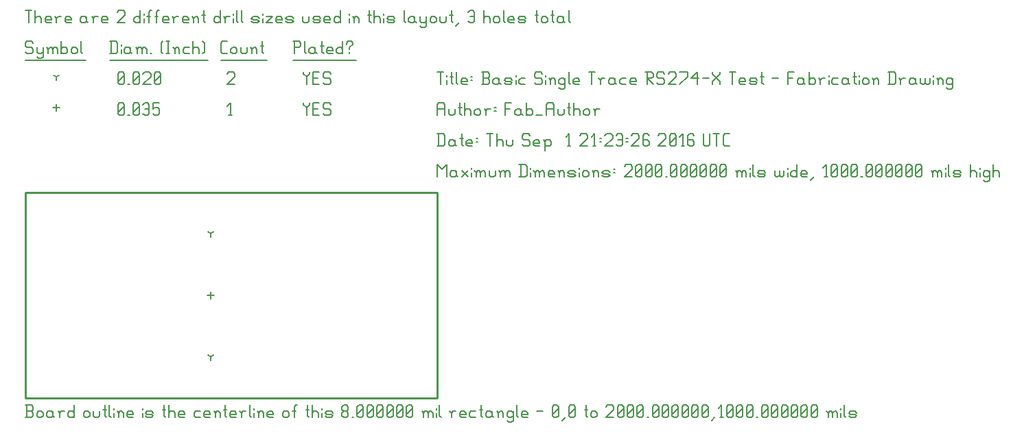
<source format=gbr>
G04 start of page 9 for group -3984 idx -3984 *
G04 Title: Basic Single Trace RS274-X Test, fab *
G04 Creator: pcb 1.99z *
G04 CreationDate: Thu Sep  1 21:23:26 2016 UTC *
G04 For: milan *
G04 Format: Gerber/RS-274X *
G04 PCB-Dimensions (mil): 2000.00 1000.00 *
G04 PCB-Coordinate-Origin: lower left *
%MOIN*%
%FSLAX25Y25*%
%LNFAB*%
%ADD36C,0.0100*%
%ADD35C,0.0060*%
%ADD34C,0.0080*%
G54D34*X90000Y51600D02*Y48400D01*
X88400Y50000D02*X91600D01*
X15000Y142850D02*Y139650D01*
X13400Y141250D02*X16600D01*
G54D35*X135000Y143500D02*Y142750D01*
X136500Y141250D01*
X138000Y142750D01*
Y143500D02*Y142750D01*
X136500Y141250D02*Y137500D01*
X139800Y140500D02*X142050D01*
X139800Y137500D02*X142800D01*
X139800Y143500D02*Y137500D01*
Y143500D02*X142800D01*
X147600D02*X148350Y142750D01*
X145350Y143500D02*X147600D01*
X144600Y142750D02*X145350Y143500D01*
X144600Y142750D02*Y141250D01*
X145350Y140500D01*
X147600D01*
X148350Y139750D01*
Y138250D01*
X147600Y137500D02*X148350Y138250D01*
X145350Y137500D02*X147600D01*
X144600Y138250D02*X145350Y137500D01*
X98750D02*X100250D01*
X99500Y143500D02*Y137500D01*
X98000Y142000D02*X99500Y143500D01*
X45000Y138250D02*X45750Y137500D01*
X45000Y142750D02*Y138250D01*
Y142750D02*X45750Y143500D01*
X47250D01*
X48000Y142750D01*
Y138250D01*
X47250Y137500D02*X48000Y138250D01*
X45750Y137500D02*X47250D01*
X45000Y139000D02*X48000Y142000D01*
X49800Y137500D02*X50550D01*
X52350Y138250D02*X53100Y137500D01*
X52350Y142750D02*Y138250D01*
Y142750D02*X53100Y143500D01*
X54600D01*
X55350Y142750D01*
Y138250D01*
X54600Y137500D02*X55350Y138250D01*
X53100Y137500D02*X54600D01*
X52350Y139000D02*X55350Y142000D01*
X57150Y142750D02*X57900Y143500D01*
X59400D01*
X60150Y142750D01*
Y138250D01*
X59400Y137500D02*X60150Y138250D01*
X57900Y137500D02*X59400D01*
X57150Y138250D02*X57900Y137500D01*
Y140500D02*X60150D01*
X61950Y143500D02*X64950D01*
X61950D02*Y140500D01*
X62700Y141250D01*
X64200D01*
X64950Y140500D01*
Y138250D01*
X64200Y137500D02*X64950Y138250D01*
X62700Y137500D02*X64200D01*
X61950Y138250D02*X62700Y137500D01*
X90000Y20000D02*Y18400D01*
Y20000D02*X91387Y20800D01*
X90000Y20000D02*X88613Y20800D01*
X90000Y80000D02*Y78400D01*
Y80000D02*X91387Y80800D01*
X90000Y80000D02*X88613Y80800D01*
X15000Y156250D02*Y154650D01*
Y156250D02*X16387Y157050D01*
X15000Y156250D02*X13613Y157050D01*
X135000Y158500D02*Y157750D01*
X136500Y156250D01*
X138000Y157750D01*
Y158500D02*Y157750D01*
X136500Y156250D02*Y152500D01*
X139800Y155500D02*X142050D01*
X139800Y152500D02*X142800D01*
X139800Y158500D02*Y152500D01*
Y158500D02*X142800D01*
X147600D02*X148350Y157750D01*
X145350Y158500D02*X147600D01*
X144600Y157750D02*X145350Y158500D01*
X144600Y157750D02*Y156250D01*
X145350Y155500D01*
X147600D01*
X148350Y154750D01*
Y153250D01*
X147600Y152500D02*X148350Y153250D01*
X145350Y152500D02*X147600D01*
X144600Y153250D02*X145350Y152500D01*
X98000Y157750D02*X98750Y158500D01*
X101000D01*
X101750Y157750D01*
Y156250D01*
X98000Y152500D02*X101750Y156250D01*
X98000Y152500D02*X101750D01*
X45000Y153250D02*X45750Y152500D01*
X45000Y157750D02*Y153250D01*
Y157750D02*X45750Y158500D01*
X47250D01*
X48000Y157750D01*
Y153250D01*
X47250Y152500D02*X48000Y153250D01*
X45750Y152500D02*X47250D01*
X45000Y154000D02*X48000Y157000D01*
X49800Y152500D02*X50550D01*
X52350Y153250D02*X53100Y152500D01*
X52350Y157750D02*Y153250D01*
Y157750D02*X53100Y158500D01*
X54600D01*
X55350Y157750D01*
Y153250D01*
X54600Y152500D02*X55350Y153250D01*
X53100Y152500D02*X54600D01*
X52350Y154000D02*X55350Y157000D01*
X57150Y157750D02*X57900Y158500D01*
X60150D01*
X60900Y157750D01*
Y156250D01*
X57150Y152500D02*X60900Y156250D01*
X57150Y152500D02*X60900D01*
X62700Y153250D02*X63450Y152500D01*
X62700Y157750D02*Y153250D01*
Y157750D02*X63450Y158500D01*
X64950D01*
X65700Y157750D01*
Y153250D01*
X64950Y152500D02*X65700Y153250D01*
X63450Y152500D02*X64950D01*
X62700Y154000D02*X65700Y157000D01*
X3000Y173500D02*X3750Y172750D01*
X750Y173500D02*X3000D01*
X0Y172750D02*X750Y173500D01*
X0Y172750D02*Y171250D01*
X750Y170500D01*
X3000D01*
X3750Y169750D01*
Y168250D01*
X3000Y167500D02*X3750Y168250D01*
X750Y167500D02*X3000D01*
X0Y168250D02*X750Y167500D01*
X5550Y170500D02*Y168250D01*
X6300Y167500D01*
X8550Y170500D02*Y166000D01*
X7800Y165250D02*X8550Y166000D01*
X6300Y165250D02*X7800D01*
X5550Y166000D02*X6300Y165250D01*
Y167500D02*X7800D01*
X8550Y168250D01*
X11100Y169750D02*Y167500D01*
Y169750D02*X11850Y170500D01*
X12600D01*
X13350Y169750D01*
Y167500D01*
Y169750D02*X14100Y170500D01*
X14850D01*
X15600Y169750D01*
Y167500D01*
X10350Y170500D02*X11100Y169750D01*
X17400Y173500D02*Y167500D01*
Y168250D02*X18150Y167500D01*
X19650D01*
X20400Y168250D01*
Y169750D02*Y168250D01*
X19650Y170500D02*X20400Y169750D01*
X18150Y170500D02*X19650D01*
X17400Y169750D02*X18150Y170500D01*
X22200Y169750D02*Y168250D01*
Y169750D02*X22950Y170500D01*
X24450D01*
X25200Y169750D01*
Y168250D01*
X24450Y167500D02*X25200Y168250D01*
X22950Y167500D02*X24450D01*
X22200Y168250D02*X22950Y167500D01*
X27000Y173500D02*Y168250D01*
X27750Y167500D01*
X0Y164250D02*X29250D01*
X41750Y173500D02*Y167500D01*
X44000Y173500D02*X44750Y172750D01*
Y168250D01*
X44000Y167500D02*X44750Y168250D01*
X41000Y167500D02*X44000D01*
X41000Y173500D02*X44000D01*
X46550Y172000D02*Y171250D01*
Y169750D02*Y167500D01*
X50300Y170500D02*X51050Y169750D01*
X48800Y170500D02*X50300D01*
X48050Y169750D02*X48800Y170500D01*
X48050Y169750D02*Y168250D01*
X48800Y167500D01*
X51050Y170500D02*Y168250D01*
X51800Y167500D01*
X48800D02*X50300D01*
X51050Y168250D01*
X54350Y169750D02*Y167500D01*
Y169750D02*X55100Y170500D01*
X55850D01*
X56600Y169750D01*
Y167500D01*
Y169750D02*X57350Y170500D01*
X58100D01*
X58850Y169750D01*
Y167500D01*
X53600Y170500D02*X54350Y169750D01*
X60650Y167500D02*X61400D01*
X65900Y168250D02*X66650Y167500D01*
X65900Y172750D02*X66650Y173500D01*
X65900Y172750D02*Y168250D01*
X68450Y173500D02*X69950D01*
X69200D02*Y167500D01*
X68450D02*X69950D01*
X72500Y169750D02*Y167500D01*
Y169750D02*X73250Y170500D01*
X74000D01*
X74750Y169750D01*
Y167500D01*
X71750Y170500D02*X72500Y169750D01*
X77300Y170500D02*X79550D01*
X76550Y169750D02*X77300Y170500D01*
X76550Y169750D02*Y168250D01*
X77300Y167500D01*
X79550D01*
X81350Y173500D02*Y167500D01*
Y169750D02*X82100Y170500D01*
X83600D01*
X84350Y169750D01*
Y167500D01*
X86150Y173500D02*X86900Y172750D01*
Y168250D01*
X86150Y167500D02*X86900Y168250D01*
X41000Y164250D02*X88700D01*
X95750Y167500D02*X98000D01*
X95000Y168250D02*X95750Y167500D01*
X95000Y172750D02*Y168250D01*
Y172750D02*X95750Y173500D01*
X98000D01*
X99800Y169750D02*Y168250D01*
Y169750D02*X100550Y170500D01*
X102050D01*
X102800Y169750D01*
Y168250D01*
X102050Y167500D02*X102800Y168250D01*
X100550Y167500D02*X102050D01*
X99800Y168250D02*X100550Y167500D01*
X104600Y170500D02*Y168250D01*
X105350Y167500D01*
X106850D01*
X107600Y168250D01*
Y170500D02*Y168250D01*
X110150Y169750D02*Y167500D01*
Y169750D02*X110900Y170500D01*
X111650D01*
X112400Y169750D01*
Y167500D01*
X109400Y170500D02*X110150Y169750D01*
X114950Y173500D02*Y168250D01*
X115700Y167500D01*
X114200Y171250D02*X115700D01*
X95000Y164250D02*X117200D01*
X130750Y173500D02*Y167500D01*
X130000Y173500D02*X133000D01*
X133750Y172750D01*
Y171250D01*
X133000Y170500D02*X133750Y171250D01*
X130750Y170500D02*X133000D01*
X135550Y173500D02*Y168250D01*
X136300Y167500D01*
X140050Y170500D02*X140800Y169750D01*
X138550Y170500D02*X140050D01*
X137800Y169750D02*X138550Y170500D01*
X137800Y169750D02*Y168250D01*
X138550Y167500D01*
X140800Y170500D02*Y168250D01*
X141550Y167500D01*
X138550D02*X140050D01*
X140800Y168250D01*
X144100Y173500D02*Y168250D01*
X144850Y167500D01*
X143350Y171250D02*X144850D01*
X147100Y167500D02*X149350D01*
X146350Y168250D02*X147100Y167500D01*
X146350Y169750D02*Y168250D01*
Y169750D02*X147100Y170500D01*
X148600D01*
X149350Y169750D01*
X146350Y169000D02*X149350D01*
Y169750D02*Y169000D01*
X154150Y173500D02*Y167500D01*
X153400D02*X154150Y168250D01*
X151900Y167500D02*X153400D01*
X151150Y168250D02*X151900Y167500D01*
X151150Y169750D02*Y168250D01*
Y169750D02*X151900Y170500D01*
X153400D01*
X154150Y169750D01*
X157450Y170500D02*Y169750D01*
Y168250D02*Y167500D01*
X155950Y172750D02*Y172000D01*
Y172750D02*X156700Y173500D01*
X158200D01*
X158950Y172750D01*
Y172000D01*
X157450Y170500D02*X158950Y172000D01*
X130000Y164250D02*X160750D01*
X0Y188500D02*X3000D01*
X1500D02*Y182500D01*
X4800Y188500D02*Y182500D01*
Y184750D02*X5550Y185500D01*
X7050D01*
X7800Y184750D01*
Y182500D01*
X10350D02*X12600D01*
X9600Y183250D02*X10350Y182500D01*
X9600Y184750D02*Y183250D01*
Y184750D02*X10350Y185500D01*
X11850D01*
X12600Y184750D01*
X9600Y184000D02*X12600D01*
Y184750D02*Y184000D01*
X15150Y184750D02*Y182500D01*
Y184750D02*X15900Y185500D01*
X17400D01*
X14400D02*X15150Y184750D01*
X19950Y182500D02*X22200D01*
X19200Y183250D02*X19950Y182500D01*
X19200Y184750D02*Y183250D01*
Y184750D02*X19950Y185500D01*
X21450D01*
X22200Y184750D01*
X19200Y184000D02*X22200D01*
Y184750D02*Y184000D01*
X28950Y185500D02*X29700Y184750D01*
X27450Y185500D02*X28950D01*
X26700Y184750D02*X27450Y185500D01*
X26700Y184750D02*Y183250D01*
X27450Y182500D01*
X29700Y185500D02*Y183250D01*
X30450Y182500D01*
X27450D02*X28950D01*
X29700Y183250D01*
X33000Y184750D02*Y182500D01*
Y184750D02*X33750Y185500D01*
X35250D01*
X32250D02*X33000Y184750D01*
X37800Y182500D02*X40050D01*
X37050Y183250D02*X37800Y182500D01*
X37050Y184750D02*Y183250D01*
Y184750D02*X37800Y185500D01*
X39300D01*
X40050Y184750D01*
X37050Y184000D02*X40050D01*
Y184750D02*Y184000D01*
X44550Y187750D02*X45300Y188500D01*
X47550D01*
X48300Y187750D01*
Y186250D01*
X44550Y182500D02*X48300Y186250D01*
X44550Y182500D02*X48300D01*
X55800Y188500D02*Y182500D01*
X55050D02*X55800Y183250D01*
X53550Y182500D02*X55050D01*
X52800Y183250D02*X53550Y182500D01*
X52800Y184750D02*Y183250D01*
Y184750D02*X53550Y185500D01*
X55050D01*
X55800Y184750D01*
X57600Y187000D02*Y186250D01*
Y184750D02*Y182500D01*
X59850Y187750D02*Y182500D01*
Y187750D02*X60600Y188500D01*
X61350D01*
X59100Y185500D02*X60600D01*
X63600Y187750D02*Y182500D01*
Y187750D02*X64350Y188500D01*
X65100D01*
X62850Y185500D02*X64350D01*
X67350Y182500D02*X69600D01*
X66600Y183250D02*X67350Y182500D01*
X66600Y184750D02*Y183250D01*
Y184750D02*X67350Y185500D01*
X68850D01*
X69600Y184750D01*
X66600Y184000D02*X69600D01*
Y184750D02*Y184000D01*
X72150Y184750D02*Y182500D01*
Y184750D02*X72900Y185500D01*
X74400D01*
X71400D02*X72150Y184750D01*
X76950Y182500D02*X79200D01*
X76200Y183250D02*X76950Y182500D01*
X76200Y184750D02*Y183250D01*
Y184750D02*X76950Y185500D01*
X78450D01*
X79200Y184750D01*
X76200Y184000D02*X79200D01*
Y184750D02*Y184000D01*
X81750Y184750D02*Y182500D01*
Y184750D02*X82500Y185500D01*
X83250D01*
X84000Y184750D01*
Y182500D01*
X81000Y185500D02*X81750Y184750D01*
X86550Y188500D02*Y183250D01*
X87300Y182500D01*
X85800Y186250D02*X87300D01*
X94500Y188500D02*Y182500D01*
X93750D02*X94500Y183250D01*
X92250Y182500D02*X93750D01*
X91500Y183250D02*X92250Y182500D01*
X91500Y184750D02*Y183250D01*
Y184750D02*X92250Y185500D01*
X93750D01*
X94500Y184750D01*
X97050D02*Y182500D01*
Y184750D02*X97800Y185500D01*
X99300D01*
X96300D02*X97050Y184750D01*
X101100Y187000D02*Y186250D01*
Y184750D02*Y182500D01*
X102600Y188500D02*Y183250D01*
X103350Y182500D01*
X104850Y188500D02*Y183250D01*
X105600Y182500D01*
X110550D02*X112800D01*
X113550Y183250D01*
X112800Y184000D02*X113550Y183250D01*
X110550Y184000D02*X112800D01*
X109800Y184750D02*X110550Y184000D01*
X109800Y184750D02*X110550Y185500D01*
X112800D01*
X113550Y184750D01*
X109800Y183250D02*X110550Y182500D01*
X115350Y187000D02*Y186250D01*
Y184750D02*Y182500D01*
X116850Y185500D02*X119850D01*
X116850Y182500D02*X119850Y185500D01*
X116850Y182500D02*X119850D01*
X122400D02*X124650D01*
X121650Y183250D02*X122400Y182500D01*
X121650Y184750D02*Y183250D01*
Y184750D02*X122400Y185500D01*
X123900D01*
X124650Y184750D01*
X121650Y184000D02*X124650D01*
Y184750D02*Y184000D01*
X127200Y182500D02*X129450D01*
X130200Y183250D01*
X129450Y184000D02*X130200Y183250D01*
X127200Y184000D02*X129450D01*
X126450Y184750D02*X127200Y184000D01*
X126450Y184750D02*X127200Y185500D01*
X129450D01*
X130200Y184750D01*
X126450Y183250D02*X127200Y182500D01*
X134700Y185500D02*Y183250D01*
X135450Y182500D01*
X136950D01*
X137700Y183250D01*
Y185500D02*Y183250D01*
X140250Y182500D02*X142500D01*
X143250Y183250D01*
X142500Y184000D02*X143250Y183250D01*
X140250Y184000D02*X142500D01*
X139500Y184750D02*X140250Y184000D01*
X139500Y184750D02*X140250Y185500D01*
X142500D01*
X143250Y184750D01*
X139500Y183250D02*X140250Y182500D01*
X145800D02*X148050D01*
X145050Y183250D02*X145800Y182500D01*
X145050Y184750D02*Y183250D01*
Y184750D02*X145800Y185500D01*
X147300D01*
X148050Y184750D01*
X145050Y184000D02*X148050D01*
Y184750D02*Y184000D01*
X152850Y188500D02*Y182500D01*
X152100D02*X152850Y183250D01*
X150600Y182500D02*X152100D01*
X149850Y183250D02*X150600Y182500D01*
X149850Y184750D02*Y183250D01*
Y184750D02*X150600Y185500D01*
X152100D01*
X152850Y184750D01*
X157350Y187000D02*Y186250D01*
Y184750D02*Y182500D01*
X159600Y184750D02*Y182500D01*
Y184750D02*X160350Y185500D01*
X161100D01*
X161850Y184750D01*
Y182500D01*
X158850Y185500D02*X159600Y184750D01*
X167100Y188500D02*Y183250D01*
X167850Y182500D01*
X166350Y186250D02*X167850D01*
X169350Y188500D02*Y182500D01*
Y184750D02*X170100Y185500D01*
X171600D01*
X172350Y184750D01*
Y182500D01*
X174150Y187000D02*Y186250D01*
Y184750D02*Y182500D01*
X176400D02*X178650D01*
X179400Y183250D01*
X178650Y184000D02*X179400Y183250D01*
X176400Y184000D02*X178650D01*
X175650Y184750D02*X176400Y184000D01*
X175650Y184750D02*X176400Y185500D01*
X178650D01*
X179400Y184750D01*
X175650Y183250D02*X176400Y182500D01*
X183900Y188500D02*Y183250D01*
X184650Y182500D01*
X188400Y185500D02*X189150Y184750D01*
X186900Y185500D02*X188400D01*
X186150Y184750D02*X186900Y185500D01*
X186150Y184750D02*Y183250D01*
X186900Y182500D01*
X189150Y185500D02*Y183250D01*
X189900Y182500D01*
X186900D02*X188400D01*
X189150Y183250D01*
X191700Y185500D02*Y183250D01*
X192450Y182500D01*
X194700Y185500D02*Y181000D01*
X193950Y180250D02*X194700Y181000D01*
X192450Y180250D02*X193950D01*
X191700Y181000D02*X192450Y180250D01*
Y182500D02*X193950D01*
X194700Y183250D01*
X196500Y184750D02*Y183250D01*
Y184750D02*X197250Y185500D01*
X198750D01*
X199500Y184750D01*
Y183250D01*
X198750Y182500D02*X199500Y183250D01*
X197250Y182500D02*X198750D01*
X196500Y183250D02*X197250Y182500D01*
X201300Y185500D02*Y183250D01*
X202050Y182500D01*
X203550D01*
X204300Y183250D01*
Y185500D02*Y183250D01*
X206850Y188500D02*Y183250D01*
X207600Y182500D01*
X206100Y186250D02*X207600D01*
X209100Y181000D02*X210600Y182500D01*
X215100Y187750D02*X215850Y188500D01*
X217350D01*
X218100Y187750D01*
Y183250D01*
X217350Y182500D02*X218100Y183250D01*
X215850Y182500D02*X217350D01*
X215100Y183250D02*X215850Y182500D01*
Y185500D02*X218100D01*
X222600Y188500D02*Y182500D01*
Y184750D02*X223350Y185500D01*
X224850D01*
X225600Y184750D01*
Y182500D01*
X227400Y184750D02*Y183250D01*
Y184750D02*X228150Y185500D01*
X229650D01*
X230400Y184750D01*
Y183250D01*
X229650Y182500D02*X230400Y183250D01*
X228150Y182500D02*X229650D01*
X227400Y183250D02*X228150Y182500D01*
X232200Y188500D02*Y183250D01*
X232950Y182500D01*
X235200D02*X237450D01*
X234450Y183250D02*X235200Y182500D01*
X234450Y184750D02*Y183250D01*
Y184750D02*X235200Y185500D01*
X236700D01*
X237450Y184750D01*
X234450Y184000D02*X237450D01*
Y184750D02*Y184000D01*
X240000Y182500D02*X242250D01*
X243000Y183250D01*
X242250Y184000D02*X243000Y183250D01*
X240000Y184000D02*X242250D01*
X239250Y184750D02*X240000Y184000D01*
X239250Y184750D02*X240000Y185500D01*
X242250D01*
X243000Y184750D01*
X239250Y183250D02*X240000Y182500D01*
X248250Y188500D02*Y183250D01*
X249000Y182500D01*
X247500Y186250D02*X249000D01*
X250500Y184750D02*Y183250D01*
Y184750D02*X251250Y185500D01*
X252750D01*
X253500Y184750D01*
Y183250D01*
X252750Y182500D02*X253500Y183250D01*
X251250Y182500D02*X252750D01*
X250500Y183250D02*X251250Y182500D01*
X256050Y188500D02*Y183250D01*
X256800Y182500D01*
X255300Y186250D02*X256800D01*
X260550Y185500D02*X261300Y184750D01*
X259050Y185500D02*X260550D01*
X258300Y184750D02*X259050Y185500D01*
X258300Y184750D02*Y183250D01*
X259050Y182500D01*
X261300Y185500D02*Y183250D01*
X262050Y182500D01*
X259050D02*X260550D01*
X261300Y183250D01*
X263850Y188500D02*Y183250D01*
X264600Y182500D01*
G54D36*X0Y100000D02*X200000D01*
X0D02*Y0D01*
X200000Y100000D02*Y0D01*
X0D02*X200000D01*
G54D35*Y113500D02*Y107500D01*
Y113500D02*X202250Y111250D01*
X204500Y113500D01*
Y107500D01*
X208550Y110500D02*X209300Y109750D01*
X207050Y110500D02*X208550D01*
X206300Y109750D02*X207050Y110500D01*
X206300Y109750D02*Y108250D01*
X207050Y107500D01*
X209300Y110500D02*Y108250D01*
X210050Y107500D01*
X207050D02*X208550D01*
X209300Y108250D01*
X211850Y110500D02*X214850Y107500D01*
X211850D02*X214850Y110500D01*
X216650Y112000D02*Y111250D01*
Y109750D02*Y107500D01*
X218900Y109750D02*Y107500D01*
Y109750D02*X219650Y110500D01*
X220400D01*
X221150Y109750D01*
Y107500D01*
Y109750D02*X221900Y110500D01*
X222650D01*
X223400Y109750D01*
Y107500D01*
X218150Y110500D02*X218900Y109750D01*
X225200Y110500D02*Y108250D01*
X225950Y107500D01*
X227450D01*
X228200Y108250D01*
Y110500D02*Y108250D01*
X230750Y109750D02*Y107500D01*
Y109750D02*X231500Y110500D01*
X232250D01*
X233000Y109750D01*
Y107500D01*
Y109750D02*X233750Y110500D01*
X234500D01*
X235250Y109750D01*
Y107500D01*
X230000Y110500D02*X230750Y109750D01*
X240500Y113500D02*Y107500D01*
X242750Y113500D02*X243500Y112750D01*
Y108250D01*
X242750Y107500D02*X243500Y108250D01*
X239750Y107500D02*X242750D01*
X239750Y113500D02*X242750D01*
X245300Y112000D02*Y111250D01*
Y109750D02*Y107500D01*
X247550Y109750D02*Y107500D01*
Y109750D02*X248300Y110500D01*
X249050D01*
X249800Y109750D01*
Y107500D01*
Y109750D02*X250550Y110500D01*
X251300D01*
X252050Y109750D01*
Y107500D01*
X246800Y110500D02*X247550Y109750D01*
X254600Y107500D02*X256850D01*
X253850Y108250D02*X254600Y107500D01*
X253850Y109750D02*Y108250D01*
Y109750D02*X254600Y110500D01*
X256100D01*
X256850Y109750D01*
X253850Y109000D02*X256850D01*
Y109750D02*Y109000D01*
X259400Y109750D02*Y107500D01*
Y109750D02*X260150Y110500D01*
X260900D01*
X261650Y109750D01*
Y107500D01*
X258650Y110500D02*X259400Y109750D01*
X264200Y107500D02*X266450D01*
X267200Y108250D01*
X266450Y109000D02*X267200Y108250D01*
X264200Y109000D02*X266450D01*
X263450Y109750D02*X264200Y109000D01*
X263450Y109750D02*X264200Y110500D01*
X266450D01*
X267200Y109750D01*
X263450Y108250D02*X264200Y107500D01*
X269000Y112000D02*Y111250D01*
Y109750D02*Y107500D01*
X270500Y109750D02*Y108250D01*
Y109750D02*X271250Y110500D01*
X272750D01*
X273500Y109750D01*
Y108250D01*
X272750Y107500D02*X273500Y108250D01*
X271250Y107500D02*X272750D01*
X270500Y108250D02*X271250Y107500D01*
X276050Y109750D02*Y107500D01*
Y109750D02*X276800Y110500D01*
X277550D01*
X278300Y109750D01*
Y107500D01*
X275300Y110500D02*X276050Y109750D01*
X280850Y107500D02*X283100D01*
X283850Y108250D01*
X283100Y109000D02*X283850Y108250D01*
X280850Y109000D02*X283100D01*
X280100Y109750D02*X280850Y109000D01*
X280100Y109750D02*X280850Y110500D01*
X283100D01*
X283850Y109750D01*
X280100Y108250D02*X280850Y107500D01*
X285650Y111250D02*X286400D01*
X285650Y109750D02*X286400D01*
X290900Y112750D02*X291650Y113500D01*
X293900D01*
X294650Y112750D01*
Y111250D01*
X290900Y107500D02*X294650Y111250D01*
X290900Y107500D02*X294650D01*
X296450Y108250D02*X297200Y107500D01*
X296450Y112750D02*Y108250D01*
Y112750D02*X297200Y113500D01*
X298700D01*
X299450Y112750D01*
Y108250D01*
X298700Y107500D02*X299450Y108250D01*
X297200Y107500D02*X298700D01*
X296450Y109000D02*X299450Y112000D01*
X301250Y108250D02*X302000Y107500D01*
X301250Y112750D02*Y108250D01*
Y112750D02*X302000Y113500D01*
X303500D01*
X304250Y112750D01*
Y108250D01*
X303500Y107500D02*X304250Y108250D01*
X302000Y107500D02*X303500D01*
X301250Y109000D02*X304250Y112000D01*
X306050Y108250D02*X306800Y107500D01*
X306050Y112750D02*Y108250D01*
Y112750D02*X306800Y113500D01*
X308300D01*
X309050Y112750D01*
Y108250D01*
X308300Y107500D02*X309050Y108250D01*
X306800Y107500D02*X308300D01*
X306050Y109000D02*X309050Y112000D01*
X310850Y107500D02*X311600D01*
X313400Y108250D02*X314150Y107500D01*
X313400Y112750D02*Y108250D01*
Y112750D02*X314150Y113500D01*
X315650D01*
X316400Y112750D01*
Y108250D01*
X315650Y107500D02*X316400Y108250D01*
X314150Y107500D02*X315650D01*
X313400Y109000D02*X316400Y112000D01*
X318200Y108250D02*X318950Y107500D01*
X318200Y112750D02*Y108250D01*
Y112750D02*X318950Y113500D01*
X320450D01*
X321200Y112750D01*
Y108250D01*
X320450Y107500D02*X321200Y108250D01*
X318950Y107500D02*X320450D01*
X318200Y109000D02*X321200Y112000D01*
X323000Y108250D02*X323750Y107500D01*
X323000Y112750D02*Y108250D01*
Y112750D02*X323750Y113500D01*
X325250D01*
X326000Y112750D01*
Y108250D01*
X325250Y107500D02*X326000Y108250D01*
X323750Y107500D02*X325250D01*
X323000Y109000D02*X326000Y112000D01*
X327800Y108250D02*X328550Y107500D01*
X327800Y112750D02*Y108250D01*
Y112750D02*X328550Y113500D01*
X330050D01*
X330800Y112750D01*
Y108250D01*
X330050Y107500D02*X330800Y108250D01*
X328550Y107500D02*X330050D01*
X327800Y109000D02*X330800Y112000D01*
X332600Y108250D02*X333350Y107500D01*
X332600Y112750D02*Y108250D01*
Y112750D02*X333350Y113500D01*
X334850D01*
X335600Y112750D01*
Y108250D01*
X334850Y107500D02*X335600Y108250D01*
X333350Y107500D02*X334850D01*
X332600Y109000D02*X335600Y112000D01*
X337400Y108250D02*X338150Y107500D01*
X337400Y112750D02*Y108250D01*
Y112750D02*X338150Y113500D01*
X339650D01*
X340400Y112750D01*
Y108250D01*
X339650Y107500D02*X340400Y108250D01*
X338150Y107500D02*X339650D01*
X337400Y109000D02*X340400Y112000D01*
X345650Y109750D02*Y107500D01*
Y109750D02*X346400Y110500D01*
X347150D01*
X347900Y109750D01*
Y107500D01*
Y109750D02*X348650Y110500D01*
X349400D01*
X350150Y109750D01*
Y107500D01*
X344900Y110500D02*X345650Y109750D01*
X351950Y112000D02*Y111250D01*
Y109750D02*Y107500D01*
X353450Y113500D02*Y108250D01*
X354200Y107500D01*
X356450D02*X358700D01*
X359450Y108250D01*
X358700Y109000D02*X359450Y108250D01*
X356450Y109000D02*X358700D01*
X355700Y109750D02*X356450Y109000D01*
X355700Y109750D02*X356450Y110500D01*
X358700D01*
X359450Y109750D01*
X355700Y108250D02*X356450Y107500D01*
X363950Y110500D02*Y108250D01*
X364700Y107500D01*
X365450D01*
X366200Y108250D01*
Y110500D02*Y108250D01*
X366950Y107500D01*
X367700D01*
X368450Y108250D01*
Y110500D02*Y108250D01*
X370250Y112000D02*Y111250D01*
Y109750D02*Y107500D01*
X374750Y113500D02*Y107500D01*
X374000D02*X374750Y108250D01*
X372500Y107500D02*X374000D01*
X371750Y108250D02*X372500Y107500D01*
X371750Y109750D02*Y108250D01*
Y109750D02*X372500Y110500D01*
X374000D01*
X374750Y109750D01*
X377300Y107500D02*X379550D01*
X376550Y108250D02*X377300Y107500D01*
X376550Y109750D02*Y108250D01*
Y109750D02*X377300Y110500D01*
X378800D01*
X379550Y109750D01*
X376550Y109000D02*X379550D01*
Y109750D02*Y109000D01*
X381350Y106000D02*X382850Y107500D01*
X388100D02*X389600D01*
X388850Y113500D02*Y107500D01*
X387350Y112000D02*X388850Y113500D01*
X391400Y108250D02*X392150Y107500D01*
X391400Y112750D02*Y108250D01*
Y112750D02*X392150Y113500D01*
X393650D01*
X394400Y112750D01*
Y108250D01*
X393650Y107500D02*X394400Y108250D01*
X392150Y107500D02*X393650D01*
X391400Y109000D02*X394400Y112000D01*
X396200Y108250D02*X396950Y107500D01*
X396200Y112750D02*Y108250D01*
Y112750D02*X396950Y113500D01*
X398450D01*
X399200Y112750D01*
Y108250D01*
X398450Y107500D02*X399200Y108250D01*
X396950Y107500D02*X398450D01*
X396200Y109000D02*X399200Y112000D01*
X401000Y108250D02*X401750Y107500D01*
X401000Y112750D02*Y108250D01*
Y112750D02*X401750Y113500D01*
X403250D01*
X404000Y112750D01*
Y108250D01*
X403250Y107500D02*X404000Y108250D01*
X401750Y107500D02*X403250D01*
X401000Y109000D02*X404000Y112000D01*
X405800Y107500D02*X406550D01*
X408350Y108250D02*X409100Y107500D01*
X408350Y112750D02*Y108250D01*
Y112750D02*X409100Y113500D01*
X410600D01*
X411350Y112750D01*
Y108250D01*
X410600Y107500D02*X411350Y108250D01*
X409100Y107500D02*X410600D01*
X408350Y109000D02*X411350Y112000D01*
X413150Y108250D02*X413900Y107500D01*
X413150Y112750D02*Y108250D01*
Y112750D02*X413900Y113500D01*
X415400D01*
X416150Y112750D01*
Y108250D01*
X415400Y107500D02*X416150Y108250D01*
X413900Y107500D02*X415400D01*
X413150Y109000D02*X416150Y112000D01*
X417950Y108250D02*X418700Y107500D01*
X417950Y112750D02*Y108250D01*
Y112750D02*X418700Y113500D01*
X420200D01*
X420950Y112750D01*
Y108250D01*
X420200Y107500D02*X420950Y108250D01*
X418700Y107500D02*X420200D01*
X417950Y109000D02*X420950Y112000D01*
X422750Y108250D02*X423500Y107500D01*
X422750Y112750D02*Y108250D01*
Y112750D02*X423500Y113500D01*
X425000D01*
X425750Y112750D01*
Y108250D01*
X425000Y107500D02*X425750Y108250D01*
X423500Y107500D02*X425000D01*
X422750Y109000D02*X425750Y112000D01*
X427550Y108250D02*X428300Y107500D01*
X427550Y112750D02*Y108250D01*
Y112750D02*X428300Y113500D01*
X429800D01*
X430550Y112750D01*
Y108250D01*
X429800Y107500D02*X430550Y108250D01*
X428300Y107500D02*X429800D01*
X427550Y109000D02*X430550Y112000D01*
X432350Y108250D02*X433100Y107500D01*
X432350Y112750D02*Y108250D01*
Y112750D02*X433100Y113500D01*
X434600D01*
X435350Y112750D01*
Y108250D01*
X434600Y107500D02*X435350Y108250D01*
X433100Y107500D02*X434600D01*
X432350Y109000D02*X435350Y112000D01*
X440600Y109750D02*Y107500D01*
Y109750D02*X441350Y110500D01*
X442100D01*
X442850Y109750D01*
Y107500D01*
Y109750D02*X443600Y110500D01*
X444350D01*
X445100Y109750D01*
Y107500D01*
X439850Y110500D02*X440600Y109750D01*
X446900Y112000D02*Y111250D01*
Y109750D02*Y107500D01*
X448400Y113500D02*Y108250D01*
X449150Y107500D01*
X451400D02*X453650D01*
X454400Y108250D01*
X453650Y109000D02*X454400Y108250D01*
X451400Y109000D02*X453650D01*
X450650Y109750D02*X451400Y109000D01*
X450650Y109750D02*X451400Y110500D01*
X453650D01*
X454400Y109750D01*
X450650Y108250D02*X451400Y107500D01*
X458900Y113500D02*Y107500D01*
Y109750D02*X459650Y110500D01*
X461150D01*
X461900Y109750D01*
Y107500D01*
X463700Y112000D02*Y111250D01*
Y109750D02*Y107500D01*
X467450Y110500D02*X468200Y109750D01*
X465950Y110500D02*X467450D01*
X465200Y109750D02*X465950Y110500D01*
X465200Y109750D02*Y108250D01*
X465950Y107500D01*
X467450D01*
X468200Y108250D01*
X465200Y106000D02*X465950Y105250D01*
X467450D01*
X468200Y106000D01*
Y110500D02*Y106000D01*
X470000Y113500D02*Y107500D01*
Y109750D02*X470750Y110500D01*
X472250D01*
X473000Y109750D01*
Y107500D01*
X0Y-9500D02*X3000D01*
X3750Y-8750D01*
Y-7250D02*Y-8750D01*
X3000Y-6500D02*X3750Y-7250D01*
X750Y-6500D02*X3000D01*
X750Y-3500D02*Y-9500D01*
X0Y-3500D02*X3000D01*
X3750Y-4250D01*
Y-5750D01*
X3000Y-6500D02*X3750Y-5750D01*
X5550Y-7250D02*Y-8750D01*
Y-7250D02*X6300Y-6500D01*
X7800D01*
X8550Y-7250D01*
Y-8750D01*
X7800Y-9500D02*X8550Y-8750D01*
X6300Y-9500D02*X7800D01*
X5550Y-8750D02*X6300Y-9500D01*
X12600Y-6500D02*X13350Y-7250D01*
X11100Y-6500D02*X12600D01*
X10350Y-7250D02*X11100Y-6500D01*
X10350Y-7250D02*Y-8750D01*
X11100Y-9500D01*
X13350Y-6500D02*Y-8750D01*
X14100Y-9500D01*
X11100D02*X12600D01*
X13350Y-8750D01*
X16650Y-7250D02*Y-9500D01*
Y-7250D02*X17400Y-6500D01*
X18900D01*
X15900D02*X16650Y-7250D01*
X23700Y-3500D02*Y-9500D01*
X22950D02*X23700Y-8750D01*
X21450Y-9500D02*X22950D01*
X20700Y-8750D02*X21450Y-9500D01*
X20700Y-7250D02*Y-8750D01*
Y-7250D02*X21450Y-6500D01*
X22950D01*
X23700Y-7250D01*
X28200D02*Y-8750D01*
Y-7250D02*X28950Y-6500D01*
X30450D01*
X31200Y-7250D01*
Y-8750D01*
X30450Y-9500D02*X31200Y-8750D01*
X28950Y-9500D02*X30450D01*
X28200Y-8750D02*X28950Y-9500D01*
X33000Y-6500D02*Y-8750D01*
X33750Y-9500D01*
X35250D01*
X36000Y-8750D01*
Y-6500D02*Y-8750D01*
X38550Y-3500D02*Y-8750D01*
X39300Y-9500D01*
X37800Y-5750D02*X39300D01*
X40800Y-3500D02*Y-8750D01*
X41550Y-9500D01*
X43050Y-5000D02*Y-5750D01*
Y-7250D02*Y-9500D01*
X45300Y-7250D02*Y-9500D01*
Y-7250D02*X46050Y-6500D01*
X46800D01*
X47550Y-7250D01*
Y-9500D01*
X44550Y-6500D02*X45300Y-7250D01*
X50100Y-9500D02*X52350D01*
X49350Y-8750D02*X50100Y-9500D01*
X49350Y-7250D02*Y-8750D01*
Y-7250D02*X50100Y-6500D01*
X51600D01*
X52350Y-7250D01*
X49350Y-8000D02*X52350D01*
Y-7250D02*Y-8000D01*
X56850Y-5000D02*Y-5750D01*
Y-7250D02*Y-9500D01*
X59100D02*X61350D01*
X62100Y-8750D01*
X61350Y-8000D02*X62100Y-8750D01*
X59100Y-8000D02*X61350D01*
X58350Y-7250D02*X59100Y-8000D01*
X58350Y-7250D02*X59100Y-6500D01*
X61350D01*
X62100Y-7250D01*
X58350Y-8750D02*X59100Y-9500D01*
X67350Y-3500D02*Y-8750D01*
X68100Y-9500D01*
X66600Y-5750D02*X68100D01*
X69600Y-3500D02*Y-9500D01*
Y-7250D02*X70350Y-6500D01*
X71850D01*
X72600Y-7250D01*
Y-9500D01*
X75150D02*X77400D01*
X74400Y-8750D02*X75150Y-9500D01*
X74400Y-7250D02*Y-8750D01*
Y-7250D02*X75150Y-6500D01*
X76650D01*
X77400Y-7250D01*
X74400Y-8000D02*X77400D01*
Y-7250D02*Y-8000D01*
X82650Y-6500D02*X84900D01*
X81900Y-7250D02*X82650Y-6500D01*
X81900Y-7250D02*Y-8750D01*
X82650Y-9500D01*
X84900D01*
X87450D02*X89700D01*
X86700Y-8750D02*X87450Y-9500D01*
X86700Y-7250D02*Y-8750D01*
Y-7250D02*X87450Y-6500D01*
X88950D01*
X89700Y-7250D01*
X86700Y-8000D02*X89700D01*
Y-7250D02*Y-8000D01*
X92250Y-7250D02*Y-9500D01*
Y-7250D02*X93000Y-6500D01*
X93750D01*
X94500Y-7250D01*
Y-9500D01*
X91500Y-6500D02*X92250Y-7250D01*
X97050Y-3500D02*Y-8750D01*
X97800Y-9500D01*
X96300Y-5750D02*X97800D01*
X100050Y-9500D02*X102300D01*
X99300Y-8750D02*X100050Y-9500D01*
X99300Y-7250D02*Y-8750D01*
Y-7250D02*X100050Y-6500D01*
X101550D01*
X102300Y-7250D01*
X99300Y-8000D02*X102300D01*
Y-7250D02*Y-8000D01*
X104850Y-7250D02*Y-9500D01*
Y-7250D02*X105600Y-6500D01*
X107100D01*
X104100D02*X104850Y-7250D01*
X108900Y-3500D02*Y-8750D01*
X109650Y-9500D01*
X111150Y-5000D02*Y-5750D01*
Y-7250D02*Y-9500D01*
X113400Y-7250D02*Y-9500D01*
Y-7250D02*X114150Y-6500D01*
X114900D01*
X115650Y-7250D01*
Y-9500D01*
X112650Y-6500D02*X113400Y-7250D01*
X118200Y-9500D02*X120450D01*
X117450Y-8750D02*X118200Y-9500D01*
X117450Y-7250D02*Y-8750D01*
Y-7250D02*X118200Y-6500D01*
X119700D01*
X120450Y-7250D01*
X117450Y-8000D02*X120450D01*
Y-7250D02*Y-8000D01*
X124950Y-7250D02*Y-8750D01*
Y-7250D02*X125700Y-6500D01*
X127200D01*
X127950Y-7250D01*
Y-8750D01*
X127200Y-9500D02*X127950Y-8750D01*
X125700Y-9500D02*X127200D01*
X124950Y-8750D02*X125700Y-9500D01*
X130500Y-4250D02*Y-9500D01*
Y-4250D02*X131250Y-3500D01*
X132000D01*
X129750Y-6500D02*X131250D01*
X136950Y-3500D02*Y-8750D01*
X137700Y-9500D01*
X136200Y-5750D02*X137700D01*
X139200Y-3500D02*Y-9500D01*
Y-7250D02*X139950Y-6500D01*
X141450D01*
X142200Y-7250D01*
Y-9500D01*
X144000Y-5000D02*Y-5750D01*
Y-7250D02*Y-9500D01*
X146250D02*X148500D01*
X149250Y-8750D01*
X148500Y-8000D02*X149250Y-8750D01*
X146250Y-8000D02*X148500D01*
X145500Y-7250D02*X146250Y-8000D01*
X145500Y-7250D02*X146250Y-6500D01*
X148500D01*
X149250Y-7250D01*
X145500Y-8750D02*X146250Y-9500D01*
X153750Y-8750D02*X154500Y-9500D01*
X153750Y-7250D02*Y-8750D01*
Y-7250D02*X154500Y-6500D01*
X156000D01*
X156750Y-7250D01*
Y-8750D01*
X156000Y-9500D02*X156750Y-8750D01*
X154500Y-9500D02*X156000D01*
X153750Y-5750D02*X154500Y-6500D01*
X153750Y-4250D02*Y-5750D01*
Y-4250D02*X154500Y-3500D01*
X156000D01*
X156750Y-4250D01*
Y-5750D01*
X156000Y-6500D02*X156750Y-5750D01*
X158550Y-9500D02*X159300D01*
X161100Y-8750D02*X161850Y-9500D01*
X161100Y-4250D02*Y-8750D01*
Y-4250D02*X161850Y-3500D01*
X163350D01*
X164100Y-4250D01*
Y-8750D01*
X163350Y-9500D02*X164100Y-8750D01*
X161850Y-9500D02*X163350D01*
X161100Y-8000D02*X164100Y-5000D01*
X165900Y-8750D02*X166650Y-9500D01*
X165900Y-4250D02*Y-8750D01*
Y-4250D02*X166650Y-3500D01*
X168150D01*
X168900Y-4250D01*
Y-8750D01*
X168150Y-9500D02*X168900Y-8750D01*
X166650Y-9500D02*X168150D01*
X165900Y-8000D02*X168900Y-5000D01*
X170700Y-8750D02*X171450Y-9500D01*
X170700Y-4250D02*Y-8750D01*
Y-4250D02*X171450Y-3500D01*
X172950D01*
X173700Y-4250D01*
Y-8750D01*
X172950Y-9500D02*X173700Y-8750D01*
X171450Y-9500D02*X172950D01*
X170700Y-8000D02*X173700Y-5000D01*
X175500Y-8750D02*X176250Y-9500D01*
X175500Y-4250D02*Y-8750D01*
Y-4250D02*X176250Y-3500D01*
X177750D01*
X178500Y-4250D01*
Y-8750D01*
X177750Y-9500D02*X178500Y-8750D01*
X176250Y-9500D02*X177750D01*
X175500Y-8000D02*X178500Y-5000D01*
X180300Y-8750D02*X181050Y-9500D01*
X180300Y-4250D02*Y-8750D01*
Y-4250D02*X181050Y-3500D01*
X182550D01*
X183300Y-4250D01*
Y-8750D01*
X182550Y-9500D02*X183300Y-8750D01*
X181050Y-9500D02*X182550D01*
X180300Y-8000D02*X183300Y-5000D01*
X185100Y-8750D02*X185850Y-9500D01*
X185100Y-4250D02*Y-8750D01*
Y-4250D02*X185850Y-3500D01*
X187350D01*
X188100Y-4250D01*
Y-8750D01*
X187350Y-9500D02*X188100Y-8750D01*
X185850Y-9500D02*X187350D01*
X185100Y-8000D02*X188100Y-5000D01*
X193350Y-7250D02*Y-9500D01*
Y-7250D02*X194100Y-6500D01*
X194850D01*
X195600Y-7250D01*
Y-9500D01*
Y-7250D02*X196350Y-6500D01*
X197100D01*
X197850Y-7250D01*
Y-9500D01*
X192600Y-6500D02*X193350Y-7250D01*
X199650Y-5000D02*Y-5750D01*
Y-7250D02*Y-9500D01*
X201150Y-3500D02*Y-8750D01*
X201900Y-9500D01*
X206850Y-7250D02*Y-9500D01*
Y-7250D02*X207600Y-6500D01*
X209100D01*
X206100D02*X206850Y-7250D01*
X211650Y-9500D02*X213900D01*
X210900Y-8750D02*X211650Y-9500D01*
X210900Y-7250D02*Y-8750D01*
Y-7250D02*X211650Y-6500D01*
X213150D01*
X213900Y-7250D01*
X210900Y-8000D02*X213900D01*
Y-7250D02*Y-8000D01*
X216450Y-6500D02*X218700D01*
X215700Y-7250D02*X216450Y-6500D01*
X215700Y-7250D02*Y-8750D01*
X216450Y-9500D01*
X218700D01*
X221250Y-3500D02*Y-8750D01*
X222000Y-9500D01*
X220500Y-5750D02*X222000D01*
X225750Y-6500D02*X226500Y-7250D01*
X224250Y-6500D02*X225750D01*
X223500Y-7250D02*X224250Y-6500D01*
X223500Y-7250D02*Y-8750D01*
X224250Y-9500D01*
X226500Y-6500D02*Y-8750D01*
X227250Y-9500D01*
X224250D02*X225750D01*
X226500Y-8750D01*
X229800Y-7250D02*Y-9500D01*
Y-7250D02*X230550Y-6500D01*
X231300D01*
X232050Y-7250D01*
Y-9500D01*
X229050Y-6500D02*X229800Y-7250D01*
X236100Y-6500D02*X236850Y-7250D01*
X234600Y-6500D02*X236100D01*
X233850Y-7250D02*X234600Y-6500D01*
X233850Y-7250D02*Y-8750D01*
X234600Y-9500D01*
X236100D01*
X236850Y-8750D01*
X233850Y-11000D02*X234600Y-11750D01*
X236100D01*
X236850Y-11000D01*
Y-6500D02*Y-11000D01*
X238650Y-3500D02*Y-8750D01*
X239400Y-9500D01*
X241650D02*X243900D01*
X240900Y-8750D02*X241650Y-9500D01*
X240900Y-7250D02*Y-8750D01*
Y-7250D02*X241650Y-6500D01*
X243150D01*
X243900Y-7250D01*
X240900Y-8000D02*X243900D01*
Y-7250D02*Y-8000D01*
X248400Y-6500D02*X251400D01*
X255900Y-8750D02*X256650Y-9500D01*
X255900Y-4250D02*Y-8750D01*
Y-4250D02*X256650Y-3500D01*
X258150D01*
X258900Y-4250D01*
Y-8750D01*
X258150Y-9500D02*X258900Y-8750D01*
X256650Y-9500D02*X258150D01*
X255900Y-8000D02*X258900Y-5000D01*
X260700Y-11000D02*X262200Y-9500D01*
X264000Y-8750D02*X264750Y-9500D01*
X264000Y-4250D02*Y-8750D01*
Y-4250D02*X264750Y-3500D01*
X266250D01*
X267000Y-4250D01*
Y-8750D01*
X266250Y-9500D02*X267000Y-8750D01*
X264750Y-9500D02*X266250D01*
X264000Y-8000D02*X267000Y-5000D01*
X272250Y-3500D02*Y-8750D01*
X273000Y-9500D01*
X271500Y-5750D02*X273000D01*
X274500Y-7250D02*Y-8750D01*
Y-7250D02*X275250Y-6500D01*
X276750D01*
X277500Y-7250D01*
Y-8750D01*
X276750Y-9500D02*X277500Y-8750D01*
X275250Y-9500D02*X276750D01*
X274500Y-8750D02*X275250Y-9500D01*
X282000Y-4250D02*X282750Y-3500D01*
X285000D01*
X285750Y-4250D01*
Y-5750D01*
X282000Y-9500D02*X285750Y-5750D01*
X282000Y-9500D02*X285750D01*
X287550Y-8750D02*X288300Y-9500D01*
X287550Y-4250D02*Y-8750D01*
Y-4250D02*X288300Y-3500D01*
X289800D01*
X290550Y-4250D01*
Y-8750D01*
X289800Y-9500D02*X290550Y-8750D01*
X288300Y-9500D02*X289800D01*
X287550Y-8000D02*X290550Y-5000D01*
X292350Y-8750D02*X293100Y-9500D01*
X292350Y-4250D02*Y-8750D01*
Y-4250D02*X293100Y-3500D01*
X294600D01*
X295350Y-4250D01*
Y-8750D01*
X294600Y-9500D02*X295350Y-8750D01*
X293100Y-9500D02*X294600D01*
X292350Y-8000D02*X295350Y-5000D01*
X297150Y-8750D02*X297900Y-9500D01*
X297150Y-4250D02*Y-8750D01*
Y-4250D02*X297900Y-3500D01*
X299400D01*
X300150Y-4250D01*
Y-8750D01*
X299400Y-9500D02*X300150Y-8750D01*
X297900Y-9500D02*X299400D01*
X297150Y-8000D02*X300150Y-5000D01*
X301950Y-9500D02*X302700D01*
X304500Y-8750D02*X305250Y-9500D01*
X304500Y-4250D02*Y-8750D01*
Y-4250D02*X305250Y-3500D01*
X306750D01*
X307500Y-4250D01*
Y-8750D01*
X306750Y-9500D02*X307500Y-8750D01*
X305250Y-9500D02*X306750D01*
X304500Y-8000D02*X307500Y-5000D01*
X309300Y-8750D02*X310050Y-9500D01*
X309300Y-4250D02*Y-8750D01*
Y-4250D02*X310050Y-3500D01*
X311550D01*
X312300Y-4250D01*
Y-8750D01*
X311550Y-9500D02*X312300Y-8750D01*
X310050Y-9500D02*X311550D01*
X309300Y-8000D02*X312300Y-5000D01*
X314100Y-8750D02*X314850Y-9500D01*
X314100Y-4250D02*Y-8750D01*
Y-4250D02*X314850Y-3500D01*
X316350D01*
X317100Y-4250D01*
Y-8750D01*
X316350Y-9500D02*X317100Y-8750D01*
X314850Y-9500D02*X316350D01*
X314100Y-8000D02*X317100Y-5000D01*
X318900Y-8750D02*X319650Y-9500D01*
X318900Y-4250D02*Y-8750D01*
Y-4250D02*X319650Y-3500D01*
X321150D01*
X321900Y-4250D01*
Y-8750D01*
X321150Y-9500D02*X321900Y-8750D01*
X319650Y-9500D02*X321150D01*
X318900Y-8000D02*X321900Y-5000D01*
X323700Y-8750D02*X324450Y-9500D01*
X323700Y-4250D02*Y-8750D01*
Y-4250D02*X324450Y-3500D01*
X325950D01*
X326700Y-4250D01*
Y-8750D01*
X325950Y-9500D02*X326700Y-8750D01*
X324450Y-9500D02*X325950D01*
X323700Y-8000D02*X326700Y-5000D01*
X328500Y-8750D02*X329250Y-9500D01*
X328500Y-4250D02*Y-8750D01*
Y-4250D02*X329250Y-3500D01*
X330750D01*
X331500Y-4250D01*
Y-8750D01*
X330750Y-9500D02*X331500Y-8750D01*
X329250Y-9500D02*X330750D01*
X328500Y-8000D02*X331500Y-5000D01*
X333300Y-11000D02*X334800Y-9500D01*
X337350D02*X338850D01*
X338100Y-3500D02*Y-9500D01*
X336600Y-5000D02*X338100Y-3500D01*
X340650Y-8750D02*X341400Y-9500D01*
X340650Y-4250D02*Y-8750D01*
Y-4250D02*X341400Y-3500D01*
X342900D01*
X343650Y-4250D01*
Y-8750D01*
X342900Y-9500D02*X343650Y-8750D01*
X341400Y-9500D02*X342900D01*
X340650Y-8000D02*X343650Y-5000D01*
X345450Y-8750D02*X346200Y-9500D01*
X345450Y-4250D02*Y-8750D01*
Y-4250D02*X346200Y-3500D01*
X347700D01*
X348450Y-4250D01*
Y-8750D01*
X347700Y-9500D02*X348450Y-8750D01*
X346200Y-9500D02*X347700D01*
X345450Y-8000D02*X348450Y-5000D01*
X350250Y-8750D02*X351000Y-9500D01*
X350250Y-4250D02*Y-8750D01*
Y-4250D02*X351000Y-3500D01*
X352500D01*
X353250Y-4250D01*
Y-8750D01*
X352500Y-9500D02*X353250Y-8750D01*
X351000Y-9500D02*X352500D01*
X350250Y-8000D02*X353250Y-5000D01*
X355050Y-9500D02*X355800D01*
X357600Y-8750D02*X358350Y-9500D01*
X357600Y-4250D02*Y-8750D01*
Y-4250D02*X358350Y-3500D01*
X359850D01*
X360600Y-4250D01*
Y-8750D01*
X359850Y-9500D02*X360600Y-8750D01*
X358350Y-9500D02*X359850D01*
X357600Y-8000D02*X360600Y-5000D01*
X362400Y-8750D02*X363150Y-9500D01*
X362400Y-4250D02*Y-8750D01*
Y-4250D02*X363150Y-3500D01*
X364650D01*
X365400Y-4250D01*
Y-8750D01*
X364650Y-9500D02*X365400Y-8750D01*
X363150Y-9500D02*X364650D01*
X362400Y-8000D02*X365400Y-5000D01*
X367200Y-8750D02*X367950Y-9500D01*
X367200Y-4250D02*Y-8750D01*
Y-4250D02*X367950Y-3500D01*
X369450D01*
X370200Y-4250D01*
Y-8750D01*
X369450Y-9500D02*X370200Y-8750D01*
X367950Y-9500D02*X369450D01*
X367200Y-8000D02*X370200Y-5000D01*
X372000Y-8750D02*X372750Y-9500D01*
X372000Y-4250D02*Y-8750D01*
Y-4250D02*X372750Y-3500D01*
X374250D01*
X375000Y-4250D01*
Y-8750D01*
X374250Y-9500D02*X375000Y-8750D01*
X372750Y-9500D02*X374250D01*
X372000Y-8000D02*X375000Y-5000D01*
X376800Y-8750D02*X377550Y-9500D01*
X376800Y-4250D02*Y-8750D01*
Y-4250D02*X377550Y-3500D01*
X379050D01*
X379800Y-4250D01*
Y-8750D01*
X379050Y-9500D02*X379800Y-8750D01*
X377550Y-9500D02*X379050D01*
X376800Y-8000D02*X379800Y-5000D01*
X381600Y-8750D02*X382350Y-9500D01*
X381600Y-4250D02*Y-8750D01*
Y-4250D02*X382350Y-3500D01*
X383850D01*
X384600Y-4250D01*
Y-8750D01*
X383850Y-9500D02*X384600Y-8750D01*
X382350Y-9500D02*X383850D01*
X381600Y-8000D02*X384600Y-5000D01*
X389850Y-7250D02*Y-9500D01*
Y-7250D02*X390600Y-6500D01*
X391350D01*
X392100Y-7250D01*
Y-9500D01*
Y-7250D02*X392850Y-6500D01*
X393600D01*
X394350Y-7250D01*
Y-9500D01*
X389100Y-6500D02*X389850Y-7250D01*
X396150Y-5000D02*Y-5750D01*
Y-7250D02*Y-9500D01*
X397650Y-3500D02*Y-8750D01*
X398400Y-9500D01*
X400650D02*X402900D01*
X403650Y-8750D01*
X402900Y-8000D02*X403650Y-8750D01*
X400650Y-8000D02*X402900D01*
X399900Y-7250D02*X400650Y-8000D01*
X399900Y-7250D02*X400650Y-6500D01*
X402900D01*
X403650Y-7250D01*
X399900Y-8750D02*X400650Y-9500D01*
X200750Y128500D02*Y122500D01*
X203000Y128500D02*X203750Y127750D01*
Y123250D01*
X203000Y122500D02*X203750Y123250D01*
X200000Y122500D02*X203000D01*
X200000Y128500D02*X203000D01*
X207800Y125500D02*X208550Y124750D01*
X206300Y125500D02*X207800D01*
X205550Y124750D02*X206300Y125500D01*
X205550Y124750D02*Y123250D01*
X206300Y122500D01*
X208550Y125500D02*Y123250D01*
X209300Y122500D01*
X206300D02*X207800D01*
X208550Y123250D01*
X211850Y128500D02*Y123250D01*
X212600Y122500D01*
X211100Y126250D02*X212600D01*
X214850Y122500D02*X217100D01*
X214100Y123250D02*X214850Y122500D01*
X214100Y124750D02*Y123250D01*
Y124750D02*X214850Y125500D01*
X216350D01*
X217100Y124750D01*
X214100Y124000D02*X217100D01*
Y124750D02*Y124000D01*
X218900Y126250D02*X219650D01*
X218900Y124750D02*X219650D01*
X224150Y128500D02*X227150D01*
X225650D02*Y122500D01*
X228950Y128500D02*Y122500D01*
Y124750D02*X229700Y125500D01*
X231200D01*
X231950Y124750D01*
Y122500D01*
X233750Y125500D02*Y123250D01*
X234500Y122500D01*
X236000D01*
X236750Y123250D01*
Y125500D02*Y123250D01*
X244250Y128500D02*X245000Y127750D01*
X242000Y128500D02*X244250D01*
X241250Y127750D02*X242000Y128500D01*
X241250Y127750D02*Y126250D01*
X242000Y125500D01*
X244250D01*
X245000Y124750D01*
Y123250D01*
X244250Y122500D02*X245000Y123250D01*
X242000Y122500D02*X244250D01*
X241250Y123250D02*X242000Y122500D01*
X247550D02*X249800D01*
X246800Y123250D02*X247550Y122500D01*
X246800Y124750D02*Y123250D01*
Y124750D02*X247550Y125500D01*
X249050D01*
X249800Y124750D01*
X246800Y124000D02*X249800D01*
Y124750D02*Y124000D01*
X252350Y124750D02*Y120250D01*
X251600Y125500D02*X252350Y124750D01*
X253100Y125500D01*
X254600D01*
X255350Y124750D01*
Y123250D01*
X254600Y122500D02*X255350Y123250D01*
X253100Y122500D02*X254600D01*
X252350Y123250D02*X253100Y122500D01*
X263300D02*X264800D01*
X264050Y128500D02*Y122500D01*
X262550Y127000D02*X264050Y128500D01*
X269300Y127750D02*X270050Y128500D01*
X272300D01*
X273050Y127750D01*
Y126250D01*
X269300Y122500D02*X273050Y126250D01*
X269300Y122500D02*X273050D01*
X275600D02*X277100D01*
X276350Y128500D02*Y122500D01*
X274850Y127000D02*X276350Y128500D01*
X278900Y126250D02*X279650D01*
X278900Y124750D02*X279650D01*
X281450Y127750D02*X282200Y128500D01*
X284450D01*
X285200Y127750D01*
Y126250D01*
X281450Y122500D02*X285200Y126250D01*
X281450Y122500D02*X285200D01*
X287000Y127750D02*X287750Y128500D01*
X289250D01*
X290000Y127750D01*
Y123250D01*
X289250Y122500D02*X290000Y123250D01*
X287750Y122500D02*X289250D01*
X287000Y123250D02*X287750Y122500D01*
Y125500D02*X290000D01*
X291800Y126250D02*X292550D01*
X291800Y124750D02*X292550D01*
X294350Y127750D02*X295100Y128500D01*
X297350D01*
X298100Y127750D01*
Y126250D01*
X294350Y122500D02*X298100Y126250D01*
X294350Y122500D02*X298100D01*
X302150Y128500D02*X302900Y127750D01*
X300650Y128500D02*X302150D01*
X299900Y127750D02*X300650Y128500D01*
X299900Y127750D02*Y123250D01*
X300650Y122500D01*
X302150Y125500D02*X302900Y124750D01*
X299900Y125500D02*X302150D01*
X300650Y122500D02*X302150D01*
X302900Y123250D01*
Y124750D02*Y123250D01*
X307400Y127750D02*X308150Y128500D01*
X310400D01*
X311150Y127750D01*
Y126250D01*
X307400Y122500D02*X311150Y126250D01*
X307400Y122500D02*X311150D01*
X312950Y123250D02*X313700Y122500D01*
X312950Y127750D02*Y123250D01*
Y127750D02*X313700Y128500D01*
X315200D01*
X315950Y127750D01*
Y123250D01*
X315200Y122500D02*X315950Y123250D01*
X313700Y122500D02*X315200D01*
X312950Y124000D02*X315950Y127000D01*
X318500Y122500D02*X320000D01*
X319250Y128500D02*Y122500D01*
X317750Y127000D02*X319250Y128500D01*
X324050D02*X324800Y127750D01*
X322550Y128500D02*X324050D01*
X321800Y127750D02*X322550Y128500D01*
X321800Y127750D02*Y123250D01*
X322550Y122500D01*
X324050Y125500D02*X324800Y124750D01*
X321800Y125500D02*X324050D01*
X322550Y122500D02*X324050D01*
X324800Y123250D01*
Y124750D02*Y123250D01*
X329300Y128500D02*Y123250D01*
X330050Y122500D01*
X331550D01*
X332300Y123250D01*
Y128500D02*Y123250D01*
X334100Y128500D02*X337100D01*
X335600D02*Y122500D01*
X339650D02*X341900D01*
X338900Y123250D02*X339650Y122500D01*
X338900Y127750D02*Y123250D01*
Y127750D02*X339650Y128500D01*
X341900D01*
X200000Y142750D02*Y137500D01*
Y142750D02*X200750Y143500D01*
X203000D01*
X203750Y142750D01*
Y137500D01*
X200000Y140500D02*X203750D01*
X205550D02*Y138250D01*
X206300Y137500D01*
X207800D01*
X208550Y138250D01*
Y140500D02*Y138250D01*
X211100Y143500D02*Y138250D01*
X211850Y137500D01*
X210350Y141250D02*X211850D01*
X213350Y143500D02*Y137500D01*
Y139750D02*X214100Y140500D01*
X215600D01*
X216350Y139750D01*
Y137500D01*
X218150Y139750D02*Y138250D01*
Y139750D02*X218900Y140500D01*
X220400D01*
X221150Y139750D01*
Y138250D01*
X220400Y137500D02*X221150Y138250D01*
X218900Y137500D02*X220400D01*
X218150Y138250D02*X218900Y137500D01*
X223700Y139750D02*Y137500D01*
Y139750D02*X224450Y140500D01*
X225950D01*
X222950D02*X223700Y139750D01*
X227750Y141250D02*X228500D01*
X227750Y139750D02*X228500D01*
X233000Y143500D02*Y137500D01*
Y143500D02*X236000D01*
X233000Y140500D02*X235250D01*
X240050D02*X240800Y139750D01*
X238550Y140500D02*X240050D01*
X237800Y139750D02*X238550Y140500D01*
X237800Y139750D02*Y138250D01*
X238550Y137500D01*
X240800Y140500D02*Y138250D01*
X241550Y137500D01*
X238550D02*X240050D01*
X240800Y138250D01*
X243350Y143500D02*Y137500D01*
Y138250D02*X244100Y137500D01*
X245600D01*
X246350Y138250D01*
Y139750D02*Y138250D01*
X245600Y140500D02*X246350Y139750D01*
X244100Y140500D02*X245600D01*
X243350Y139750D02*X244100Y140500D01*
X248150Y137500D02*X251150D01*
X252950Y142750D02*Y137500D01*
Y142750D02*X253700Y143500D01*
X255950D01*
X256700Y142750D01*
Y137500D01*
X252950Y140500D02*X256700D01*
X258500D02*Y138250D01*
X259250Y137500D01*
X260750D01*
X261500Y138250D01*
Y140500D02*Y138250D01*
X264050Y143500D02*Y138250D01*
X264800Y137500D01*
X263300Y141250D02*X264800D01*
X266300Y143500D02*Y137500D01*
Y139750D02*X267050Y140500D01*
X268550D01*
X269300Y139750D01*
Y137500D01*
X271100Y139750D02*Y138250D01*
Y139750D02*X271850Y140500D01*
X273350D01*
X274100Y139750D01*
Y138250D01*
X273350Y137500D02*X274100Y138250D01*
X271850Y137500D02*X273350D01*
X271100Y138250D02*X271850Y137500D01*
X276650Y139750D02*Y137500D01*
Y139750D02*X277400Y140500D01*
X278900D01*
X275900D02*X276650Y139750D01*
X200000Y158500D02*X203000D01*
X201500D02*Y152500D01*
X204800Y157000D02*Y156250D01*
Y154750D02*Y152500D01*
X207050Y158500D02*Y153250D01*
X207800Y152500D01*
X206300Y156250D02*X207800D01*
X209300Y158500D02*Y153250D01*
X210050Y152500D01*
X212300D02*X214550D01*
X211550Y153250D02*X212300Y152500D01*
X211550Y154750D02*Y153250D01*
Y154750D02*X212300Y155500D01*
X213800D01*
X214550Y154750D01*
X211550Y154000D02*X214550D01*
Y154750D02*Y154000D01*
X216350Y156250D02*X217100D01*
X216350Y154750D02*X217100D01*
X221600Y152500D02*X224600D01*
X225350Y153250D01*
Y154750D02*Y153250D01*
X224600Y155500D02*X225350Y154750D01*
X222350Y155500D02*X224600D01*
X222350Y158500D02*Y152500D01*
X221600Y158500D02*X224600D01*
X225350Y157750D01*
Y156250D01*
X224600Y155500D02*X225350Y156250D01*
X229400Y155500D02*X230150Y154750D01*
X227900Y155500D02*X229400D01*
X227150Y154750D02*X227900Y155500D01*
X227150Y154750D02*Y153250D01*
X227900Y152500D01*
X230150Y155500D02*Y153250D01*
X230900Y152500D01*
X227900D02*X229400D01*
X230150Y153250D01*
X233450Y152500D02*X235700D01*
X236450Y153250D01*
X235700Y154000D02*X236450Y153250D01*
X233450Y154000D02*X235700D01*
X232700Y154750D02*X233450Y154000D01*
X232700Y154750D02*X233450Y155500D01*
X235700D01*
X236450Y154750D01*
X232700Y153250D02*X233450Y152500D01*
X238250Y157000D02*Y156250D01*
Y154750D02*Y152500D01*
X240500Y155500D02*X242750D01*
X239750Y154750D02*X240500Y155500D01*
X239750Y154750D02*Y153250D01*
X240500Y152500D01*
X242750D01*
X250250Y158500D02*X251000Y157750D01*
X248000Y158500D02*X250250D01*
X247250Y157750D02*X248000Y158500D01*
X247250Y157750D02*Y156250D01*
X248000Y155500D01*
X250250D01*
X251000Y154750D01*
Y153250D01*
X250250Y152500D02*X251000Y153250D01*
X248000Y152500D02*X250250D01*
X247250Y153250D02*X248000Y152500D01*
X252800Y157000D02*Y156250D01*
Y154750D02*Y152500D01*
X255050Y154750D02*Y152500D01*
Y154750D02*X255800Y155500D01*
X256550D01*
X257300Y154750D01*
Y152500D01*
X254300Y155500D02*X255050Y154750D01*
X261350Y155500D02*X262100Y154750D01*
X259850Y155500D02*X261350D01*
X259100Y154750D02*X259850Y155500D01*
X259100Y154750D02*Y153250D01*
X259850Y152500D01*
X261350D01*
X262100Y153250D01*
X259100Y151000D02*X259850Y150250D01*
X261350D01*
X262100Y151000D01*
Y155500D02*Y151000D01*
X263900Y158500D02*Y153250D01*
X264650Y152500D01*
X266900D02*X269150D01*
X266150Y153250D02*X266900Y152500D01*
X266150Y154750D02*Y153250D01*
Y154750D02*X266900Y155500D01*
X268400D01*
X269150Y154750D01*
X266150Y154000D02*X269150D01*
Y154750D02*Y154000D01*
X273650Y158500D02*X276650D01*
X275150D02*Y152500D01*
X279200Y154750D02*Y152500D01*
Y154750D02*X279950Y155500D01*
X281450D01*
X278450D02*X279200Y154750D01*
X285500Y155500D02*X286250Y154750D01*
X284000Y155500D02*X285500D01*
X283250Y154750D02*X284000Y155500D01*
X283250Y154750D02*Y153250D01*
X284000Y152500D01*
X286250Y155500D02*Y153250D01*
X287000Y152500D01*
X284000D02*X285500D01*
X286250Y153250D01*
X289550Y155500D02*X291800D01*
X288800Y154750D02*X289550Y155500D01*
X288800Y154750D02*Y153250D01*
X289550Y152500D01*
X291800D01*
X294350D02*X296600D01*
X293600Y153250D02*X294350Y152500D01*
X293600Y154750D02*Y153250D01*
Y154750D02*X294350Y155500D01*
X295850D01*
X296600Y154750D01*
X293600Y154000D02*X296600D01*
Y154750D02*Y154000D01*
X301100Y158500D02*X304100D01*
X304850Y157750D01*
Y156250D01*
X304100Y155500D02*X304850Y156250D01*
X301850Y155500D02*X304100D01*
X301850Y158500D02*Y152500D01*
Y155500D02*X304850Y152500D01*
X309650Y158500D02*X310400Y157750D01*
X307400Y158500D02*X309650D01*
X306650Y157750D02*X307400Y158500D01*
X306650Y157750D02*Y156250D01*
X307400Y155500D01*
X309650D01*
X310400Y154750D01*
Y153250D01*
X309650Y152500D02*X310400Y153250D01*
X307400Y152500D02*X309650D01*
X306650Y153250D02*X307400Y152500D01*
X312200Y157750D02*X312950Y158500D01*
X315200D01*
X315950Y157750D01*
Y156250D01*
X312200Y152500D02*X315950Y156250D01*
X312200Y152500D02*X315950D01*
X317750D02*X321500Y156250D01*
Y158500D02*Y156250D01*
X317750Y158500D02*X321500D01*
X323300Y155500D02*X326300Y158500D01*
X323300Y155500D02*X327050D01*
X326300Y158500D02*Y152500D01*
X328850Y155500D02*X331850D01*
X333650Y158500D02*Y157750D01*
X337400Y154000D01*
Y152500D01*
X333650Y154000D02*Y152500D01*
Y154000D02*X337400Y157750D01*
Y158500D02*Y157750D01*
X341900Y158500D02*X344900D01*
X343400D02*Y152500D01*
X347450D02*X349700D01*
X346700Y153250D02*X347450Y152500D01*
X346700Y154750D02*Y153250D01*
Y154750D02*X347450Y155500D01*
X348950D01*
X349700Y154750D01*
X346700Y154000D02*X349700D01*
Y154750D02*Y154000D01*
X352250Y152500D02*X354500D01*
X355250Y153250D01*
X354500Y154000D02*X355250Y153250D01*
X352250Y154000D02*X354500D01*
X351500Y154750D02*X352250Y154000D01*
X351500Y154750D02*X352250Y155500D01*
X354500D01*
X355250Y154750D01*
X351500Y153250D02*X352250Y152500D01*
X357800Y158500D02*Y153250D01*
X358550Y152500D01*
X357050Y156250D02*X358550D01*
X362750Y155500D02*X365750D01*
X370250Y158500D02*Y152500D01*
Y158500D02*X373250D01*
X370250Y155500D02*X372500D01*
X377300D02*X378050Y154750D01*
X375800Y155500D02*X377300D01*
X375050Y154750D02*X375800Y155500D01*
X375050Y154750D02*Y153250D01*
X375800Y152500D01*
X378050Y155500D02*Y153250D01*
X378800Y152500D01*
X375800D02*X377300D01*
X378050Y153250D01*
X380600Y158500D02*Y152500D01*
Y153250D02*X381350Y152500D01*
X382850D01*
X383600Y153250D01*
Y154750D02*Y153250D01*
X382850Y155500D02*X383600Y154750D01*
X381350Y155500D02*X382850D01*
X380600Y154750D02*X381350Y155500D01*
X386150Y154750D02*Y152500D01*
Y154750D02*X386900Y155500D01*
X388400D01*
X385400D02*X386150Y154750D01*
X390200Y157000D02*Y156250D01*
Y154750D02*Y152500D01*
X392450Y155500D02*X394700D01*
X391700Y154750D02*X392450Y155500D01*
X391700Y154750D02*Y153250D01*
X392450Y152500D01*
X394700D01*
X398750Y155500D02*X399500Y154750D01*
X397250Y155500D02*X398750D01*
X396500Y154750D02*X397250Y155500D01*
X396500Y154750D02*Y153250D01*
X397250Y152500D01*
X399500Y155500D02*Y153250D01*
X400250Y152500D01*
X397250D02*X398750D01*
X399500Y153250D01*
X402800Y158500D02*Y153250D01*
X403550Y152500D01*
X402050Y156250D02*X403550D01*
X405050Y157000D02*Y156250D01*
Y154750D02*Y152500D01*
X406550Y154750D02*Y153250D01*
Y154750D02*X407300Y155500D01*
X408800D01*
X409550Y154750D01*
Y153250D01*
X408800Y152500D02*X409550Y153250D01*
X407300Y152500D02*X408800D01*
X406550Y153250D02*X407300Y152500D01*
X412100Y154750D02*Y152500D01*
Y154750D02*X412850Y155500D01*
X413600D01*
X414350Y154750D01*
Y152500D01*
X411350Y155500D02*X412100Y154750D01*
X419600Y158500D02*Y152500D01*
X421850Y158500D02*X422600Y157750D01*
Y153250D01*
X421850Y152500D02*X422600Y153250D01*
X418850Y152500D02*X421850D01*
X418850Y158500D02*X421850D01*
X425150Y154750D02*Y152500D01*
Y154750D02*X425900Y155500D01*
X427400D01*
X424400D02*X425150Y154750D01*
X431450Y155500D02*X432200Y154750D01*
X429950Y155500D02*X431450D01*
X429200Y154750D02*X429950Y155500D01*
X429200Y154750D02*Y153250D01*
X429950Y152500D01*
X432200Y155500D02*Y153250D01*
X432950Y152500D01*
X429950D02*X431450D01*
X432200Y153250D01*
X434750Y155500D02*Y153250D01*
X435500Y152500D01*
X436250D01*
X437000Y153250D01*
Y155500D02*Y153250D01*
X437750Y152500D01*
X438500D01*
X439250Y153250D01*
Y155500D02*Y153250D01*
X441050Y157000D02*Y156250D01*
Y154750D02*Y152500D01*
X443300Y154750D02*Y152500D01*
Y154750D02*X444050Y155500D01*
X444800D01*
X445550Y154750D01*
Y152500D01*
X442550Y155500D02*X443300Y154750D01*
X449600Y155500D02*X450350Y154750D01*
X448100Y155500D02*X449600D01*
X447350Y154750D02*X448100Y155500D01*
X447350Y154750D02*Y153250D01*
X448100Y152500D01*
X449600D01*
X450350Y153250D01*
X447350Y151000D02*X448100Y150250D01*
X449600D01*
X450350Y151000D01*
Y155500D02*Y151000D01*
M02*

</source>
